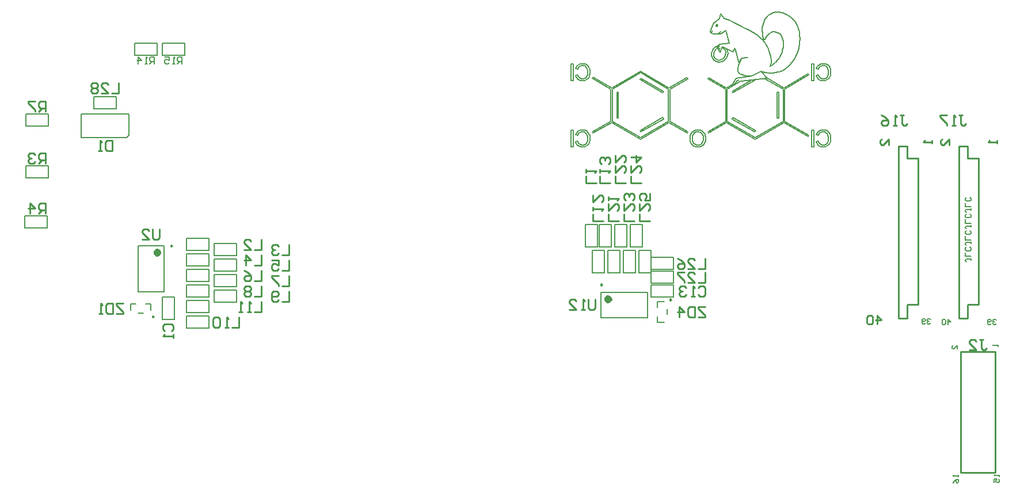
<source format=gbo>
G04*
G04 #@! TF.GenerationSoftware,Altium Limited,Altium Designer,18.0.12 (696)*
G04*
G04 Layer_Color=32896*
%FSLAX25Y25*%
%MOIN*%
G70*
G01*
G75*
%ADD10C,0.00600*%
%ADD11C,0.00984*%
%ADD12C,0.01000*%
%ADD13C,0.00787*%
%ADD15C,0.00800*%
%ADD83C,0.02362*%
D10*
X548178Y351702D02*
X548177Y351679D01*
X548215Y351812D02*
X548178Y351702D01*
X548278Y351886D02*
X548215Y351812D01*
X548341Y351929D02*
X548278Y351886D01*
X548520Y351972D02*
X548341Y351929D01*
X548575Y351969D02*
X548520Y351972D01*
X548722Y351916D02*
X548575Y351969D01*
X548796Y351852D02*
X548722Y351916D01*
X548863Y351679D02*
X548796Y351852D01*
X548845Y351586D02*
X548863Y351679D01*
X548796Y351505D02*
X548845Y351586D01*
X548722Y351442D02*
X548796Y351505D01*
X548520Y351385D02*
X548722Y351442D01*
X548389Y351408D02*
X548520Y351385D01*
X548278Y351471D02*
X548389Y351408D01*
X548228Y351526D02*
X548278Y351471D01*
X548177Y351679D02*
X548228Y351526D01*
X548284Y352391D02*
X548110Y351970D01*
X548704Y352565D02*
X548284Y352391D01*
X549299Y351970D02*
X548704Y352565D01*
Y351376D02*
X549299Y351970D01*
X548284Y351550D02*
X548704Y351376D01*
X548110Y351970D02*
X548284Y351550D01*
X552439Y338715D02*
X552215Y338855D01*
X553447Y337626D02*
X552439Y338715D01*
X553741Y336915D02*
X553447Y337626D01*
X553834Y336378D02*
X553741Y336915D01*
X553838Y336091D02*
X553834Y336378D01*
X553812Y335792D02*
X553838Y336091D01*
X553758Y335481D02*
X553812Y335792D01*
X553674Y335159D02*
X553758Y335481D01*
X553561Y334825D02*
X553674Y335159D01*
X553419Y334480D02*
X553561Y334825D01*
X553047Y333755D02*
X553419Y334480D01*
X552870Y333468D02*
X553047Y333755D01*
X552684Y333203D02*
X552870Y333468D01*
X552490Y332961D02*
X552684Y333203D01*
X552073Y332542D02*
X552490Y332961D01*
X550881Y331878D02*
X552073Y332542D01*
X550622Y331810D02*
X550881Y331878D01*
X549112Y331850D02*
X549864Y331732D01*
X550622Y331810D01*
X548379Y332169D02*
X549112Y331850D01*
X547921Y332479D02*
X548379Y332169D01*
X547230Y333247D02*
X547921Y332479D01*
X546840Y334212D02*
X547230Y333247D01*
X546771Y334755D02*
X546840Y334212D01*
X546800Y335320D02*
X546771Y334755D01*
X546852Y335610D02*
X546800Y335320D01*
X546928Y335906D02*
X546852Y335610D01*
X547028Y336207D02*
X546928Y335906D01*
X547152Y336514D02*
X547028Y336207D01*
X547473Y337142D02*
X547152Y336514D01*
X547713Y337526D02*
X547473Y337142D01*
X547968Y337872D02*
X547713Y337526D01*
X548238Y338181D02*
X547968Y337872D01*
X548826Y338694D02*
X548238Y338181D01*
X548982Y338800D02*
X548826Y338694D01*
X549099Y338872D02*
X548982Y338800D01*
X552215Y338855D02*
X551671Y339109D01*
X549642Y340363D02*
X548836Y340119D01*
X548094Y339718D01*
Y339718D02*
X547308Y339072D01*
Y339073D02*
X546786Y338475D01*
X546786Y338475D02*
X546326Y337780D01*
X546326D02*
X546062Y337278D01*
X545853Y336775D01*
X545639Y336025D01*
X545539Y335251D01*
Y335251D02*
X545541Y334745D01*
X545541D02*
X545711Y333789D01*
X546108Y332902D01*
X546108Y332902D02*
X546853Y331965D01*
X546853D02*
X547819Y331241D01*
Y331241D02*
X548053Y331113D01*
X548527Y330898D01*
X548527Y330898D02*
X549365Y330659D01*
X550235Y330592D01*
Y330592D02*
X551656Y330882D01*
X551656D02*
X552520Y331342D01*
Y331342D02*
X553451Y332139D01*
X554176Y333127D01*
X554176D02*
X554398Y333537D01*
X554398Y333537D02*
X554588Y333941D01*
X554588D02*
X554745Y334340D01*
X554871Y334735D01*
X554871Y334735D02*
X555024Y335508D01*
X554940Y336992D01*
X554691Y337737D01*
X554304Y338420D01*
X547303Y353556D02*
X546674Y352607D01*
X546247Y351899D01*
X546247D02*
X545812Y351102D01*
X545423Y350268D01*
Y350268D02*
X545130Y349448D01*
X545130D02*
X544986Y348694D01*
X545347Y347585D01*
Y347585D02*
X545877Y347258D01*
X546507Y347036D01*
Y347036D02*
X547201Y346901D01*
Y346901D02*
X547923Y346837D01*
X548634Y346828D01*
X549489Y346872D01*
X550340Y346966D01*
Y346966D02*
X550753Y347032D01*
X562931Y332882D02*
X562844Y332715D01*
X562844D02*
X562356Y331692D01*
X561915Y330648D01*
Y330648D02*
X561539Y329628D01*
Y329628D02*
X561207Y328535D01*
X561207D02*
X560968Y327427D01*
X560968Y327428D02*
X560868Y326361D01*
X560868D02*
X560941Y325441D01*
X561270Y324579D01*
Y324579D02*
X561812Y323995D01*
X562572Y323540D01*
X563487Y323199D01*
X563487D02*
X564491Y322955D01*
X564491Y322955D02*
X565519Y322793D01*
X566376Y322707D01*
X567236Y322654D01*
X568097Y322634D01*
X568097D02*
X568743Y322642D01*
X575485Y325045D02*
X576533Y324751D01*
Y324751D02*
X577469Y324530D01*
X577469D02*
X578327Y324385D01*
X579193Y324312D01*
X580073Y324317D01*
X580073Y324317D02*
X581027Y324400D01*
X581027Y324400D02*
X582102Y324563D01*
X583003Y324737D01*
X583902Y324927D01*
X584796Y325133D01*
X584796D02*
X585611Y325367D01*
X586400Y325677D01*
Y325677D02*
X587232Y326088D01*
X588029Y326562D01*
X588029D02*
X588855Y327138D01*
X589640Y327770D01*
Y327770D02*
X590462Y328527D01*
X591236Y329333D01*
X591960Y330184D01*
X592631Y331077D01*
X592631Y331077D02*
X593203Y331938D01*
X593735Y332824D01*
X594226Y333733D01*
X594675Y334664D01*
X595081Y335615D01*
X595443Y336583D01*
X595760Y337566D01*
X596033Y338563D01*
X596259Y339572D01*
X596439Y340589D01*
X596572Y341614D01*
X596659Y342644D01*
X596698Y343677D01*
Y343677D02*
X596703Y344626D01*
X596671Y345575D01*
X596601Y346522D01*
X596504Y347359D01*
X596370Y348191D01*
X596199Y349016D01*
X595904Y350112D01*
X595530Y351182D01*
Y351182D02*
X595132Y352099D01*
X594665Y352982D01*
X594132Y353826D01*
X593535Y354626D01*
X593535D02*
X592945Y355299D01*
X592309Y355929D01*
X591631Y356512D01*
X590913Y357047D01*
Y357047D02*
X590200Y357511D01*
X589461Y357933D01*
Y357933D02*
X588486Y358409D01*
X587483Y358824D01*
X586457Y359176D01*
Y359176D02*
X585718Y359380D01*
X584967Y359531D01*
X583502Y359647D01*
Y359647D02*
X582432Y359574D01*
X581383Y359347D01*
X580379Y358969D01*
X579440Y358450D01*
Y358450D02*
X578825Y358002D01*
X578255Y357497D01*
Y357497D02*
X577692Y356895D01*
X577184Y356246D01*
X576685Y355485D01*
X576245Y354687D01*
X576245D02*
X575798Y353699D01*
X575413Y352685D01*
X575090Y351650D01*
X574832Y350596D01*
Y350596D02*
X574917Y349648D01*
X575006Y348700D01*
X575100Y347752D01*
X575198Y346805D01*
X575198Y346805D02*
X575330Y345672D01*
X575502Y344545D01*
X575502D02*
X575805Y343538D01*
X576165Y343503D01*
X576766Y344348D01*
X577297Y345238D01*
X578186Y346449D02*
X577720Y345859D01*
X577297Y345238D01*
X579370Y347516D02*
X578742Y347022D01*
X578186Y346449D01*
X582859Y348105D02*
X581959Y348243D01*
X581051Y348188D01*
X580174Y347942D01*
X579370Y347516D01*
X584753Y347240D02*
X583851Y347772D01*
X582859Y348105D01*
X586093Y345741D02*
X585495Y346555D01*
X584753Y347240D01*
X586898Y343751D02*
X586570Y344776D01*
X586093Y345741D01*
X587190Y341415D02*
X587111Y342591D01*
X586898Y343751D01*
X585180Y333766D02*
X585643Y334652D01*
X586048Y335565D01*
X586393Y336503D01*
X586678Y337461D01*
X586901Y338435D01*
X587061Y339422D01*
X587157Y340416D01*
X587190Y341415D01*
X583615Y331482D02*
X584184Y332210D01*
X584706Y332973D01*
X585180Y333766D01*
X579261Y328177D02*
X580088Y328579D01*
X580881Y329044D01*
X581634Y329571D01*
X582344Y330155D01*
X583006Y330794D01*
X583615Y331482D01*
X579261Y328177D02*
X579325Y328231D01*
X579484Y328413D01*
X579691Y328754D01*
Y328754D02*
X579897Y329284D01*
X580055Y330034D01*
X580054D02*
X580115Y331033D01*
X580115Y331033D02*
X580031Y332313D01*
X580031Y332313D02*
X579913Y333112D01*
X579755Y333904D01*
X579483Y334981D01*
X579172Y336048D01*
X578821Y337101D01*
X578431Y338141D01*
X578431Y338141D02*
X578091Y338948D01*
X577709Y339735D01*
X577283Y340500D01*
X576835Y341216D01*
X576354Y341909D01*
X575840Y342580D01*
Y342580D02*
X575046Y343508D01*
X574199Y344388D01*
X573348Y345181D01*
X572459Y345931D01*
X572459D02*
X571698Y346517D01*
X570918Y347078D01*
X570120Y347612D01*
X569304Y348118D01*
X568471Y348597D01*
X567623Y349047D01*
X567623D02*
X566466Y349605D01*
X565422Y350043D01*
X537885Y290299D02*
X537621Y290308D01*
X539302Y289861D02*
X537885Y290299D01*
X539913Y289392D02*
X539302Y289861D01*
X540262Y288973D02*
X539913Y289392D01*
X540408Y288726D02*
X540262Y288973D01*
X540536Y288455D02*
X540408Y288726D01*
X540644Y288158D02*
X540536Y288455D01*
X540733Y287837D02*
X540644Y288158D01*
X540802Y287492D02*
X540733Y287837D01*
X540852Y287122D02*
X540802Y287492D01*
X540892Y286308D02*
X540852Y287122D01*
X540882Y285971D02*
X540892Y286308D01*
X540854Y285648D02*
X540882Y285971D01*
X540806Y285341D02*
X540854Y285648D01*
X540655Y284771D02*
X540806Y285341D01*
X539954Y283600D02*
X540655Y284771D01*
X539764Y283411D02*
X539954Y283600D01*
X538436Y282691D02*
X539147Y282965D01*
X539764Y283411D01*
X537642Y282600D02*
X538436Y282691D01*
X537091Y282640D02*
X537642Y282600D01*
X536108Y282959D02*
X537091Y282640D01*
X535288Y283600D02*
X536108Y282959D01*
X534956Y284036D02*
X535288Y283600D01*
X534699Y284540D02*
X534956Y284036D01*
X534599Y284817D02*
X534699Y284540D01*
X534517Y285111D02*
X534599Y284817D01*
X534453Y285422D02*
X534517Y285111D01*
X534407Y285750D02*
X534453Y285422D01*
X534371Y286454D02*
X534407Y285750D01*
X534387Y286907D02*
X534371Y286454D01*
X534435Y287334D02*
X534387Y286907D01*
X534514Y287737D02*
X534435Y287334D01*
X534767Y288475D02*
X534514Y287737D01*
X534849Y288645D02*
X534767Y288475D01*
X535034Y288963D02*
X534849Y288645D01*
X535913Y289829D02*
X535034Y288963D01*
X536893Y290231D02*
X535913Y289829D01*
X537621Y290308D02*
X536893Y290231D01*
X470746Y291392D02*
X470464Y291384D01*
X469926Y291326D01*
X469424Y291209D01*
Y291209D02*
X468329Y290663D01*
X468329Y290663D02*
X468140Y290510D01*
Y290510D02*
X467504Y289779D01*
X467257Y289342D01*
Y289342D02*
X466975Y288600D01*
X468274Y288511D02*
X468204Y288308D01*
X468434Y288883D02*
X468274Y288511D01*
X468619Y289210D02*
X468434Y288883D01*
X468828Y289492D02*
X468619Y289210D01*
X469183Y289829D02*
X468828Y289492D01*
X469448Y290001D02*
X469183Y289829D01*
X469894Y290188D02*
X469448Y290001D01*
X470223Y290265D02*
X469894Y290188D01*
X470767Y290308D02*
X470223Y290265D01*
X470983Y290303D02*
X470767Y290308D01*
X471393Y290262D02*
X470983Y290303D01*
X471774Y290180D02*
X471393Y290262D01*
X472600Y289788D02*
X471774Y290180D01*
X473331Y289024D02*
X472600Y289788D01*
X473642Y288371D02*
X473331Y289024D01*
X473862Y287468D02*
X473642Y288371D01*
X473933Y286538D02*
X473862Y287468D01*
X473930Y286297D02*
X473933Y286538D01*
X473902Y285835D02*
X473930Y286297D01*
X473845Y285398D02*
X473902Y285835D01*
X473760Y284985D02*
X473845Y285398D01*
X473579Y284413D02*
X473760Y284985D01*
X473504Y284235D02*
X473579Y284413D01*
X473331Y283905D02*
X473504Y284235D01*
X473126Y283610D02*
X473331Y283905D01*
X472475Y283037D02*
X473126Y283610D01*
X471380Y282638D02*
X472475Y283037D01*
X470871Y282600D02*
X471380Y282638D01*
X470458Y282624D02*
X470871Y282600D01*
X470069Y282695D02*
X470458Y282624D01*
X469058Y283204D02*
X470069Y282695D01*
X468663Y283624D02*
X469058Y283204D01*
X468450Y283962D02*
X468663Y283624D01*
X468358Y284149D02*
X468450Y283962D01*
X468274Y284348D02*
X468358Y284149D01*
X468201Y284559D02*
X468274Y284348D01*
X468079Y285017D02*
X468201Y284559D01*
X466808Y284704D02*
X466894Y284400D01*
Y284400D02*
X466991Y284111D01*
X466991D02*
X467223Y283577D01*
X467223Y283577D02*
X467505Y283102D01*
X467505Y283102D02*
X468225Y282329D01*
X468225D02*
X468436Y282174D01*
X468436D02*
X469381Y281719D01*
X469381D02*
X469909Y281589D01*
Y281589D02*
X470767Y281517D01*
X471069Y281523D01*
X471360Y281541D01*
X471360Y281541D02*
X471638Y281573D01*
X472161Y281672D01*
Y281672D02*
X472637Y281822D01*
Y281822D02*
X473267Y282142D01*
X473969Y282732D01*
Y282732D02*
X474400Y283292D01*
X474746Y283954D01*
X474746D02*
X475003Y284689D01*
X475167Y285450D01*
X475167D02*
X475246Y286517D01*
X475224Y287098D01*
X475157Y287650D01*
X475157D02*
X475045Y288171D01*
Y288171D02*
X474683Y289121D01*
X474683Y289121D02*
X474000Y290089D01*
X473058Y290808D01*
Y290808D02*
X472184Y291180D01*
Y291180D02*
X470746Y291392D01*
X537621Y291392D02*
X537103Y291367D01*
X536141Y291171D01*
X535246Y290767D01*
Y290767D02*
X534303Y290001D01*
X533621Y288996D01*
X533621Y288996D02*
X533262Y288043D01*
X533110Y287266D01*
X533058Y286433D01*
X533058D02*
X533081Y285866D01*
X533081D02*
X533151Y285326D01*
X533151D02*
X533341Y284570D01*
X533642Y283850D01*
X533642D02*
X533896Y283412D01*
Y283412D02*
X534521Y282669D01*
X535308Y282100D01*
Y282100D02*
X536422Y281661D01*
Y281661D02*
X537621Y281517D01*
X537621D02*
X537888Y281523D01*
Y281523D02*
X538405Y281574D01*
X539251Y281786D01*
X540037Y282162D01*
X540037D02*
X541123Y283124D01*
X541123D02*
X541642Y283954D01*
X542050Y285110D01*
X542183Y286329D01*
Y286329D02*
X542171Y286794D01*
Y286794D02*
X542133Y287239D01*
X542070Y287664D01*
X542070D02*
X541981Y288068D01*
X541981D02*
X541727Y288815D01*
Y288815D02*
X540912Y290058D01*
X540912Y290058D02*
X540088Y290737D01*
X539116Y291180D01*
Y291180D02*
X538398Y291339D01*
X538398D02*
X537621Y291392D01*
X610121D02*
X609839Y291384D01*
X609839Y291384D02*
X609301Y291326D01*
X608799Y291209D01*
X607704Y290663D01*
Y290663D02*
X607515Y290510D01*
Y290510D02*
X606879Y289779D01*
X606632Y289342D01*
X606632Y289342D02*
X606350Y288600D01*
X607649Y288511D02*
X607579Y288308D01*
X607809Y288883D02*
X607649Y288511D01*
X607994Y289210D02*
X607809Y288883D01*
X608203Y289492D02*
X607994Y289210D01*
X608558Y289829D02*
X608203Y289492D01*
X608823Y290001D02*
X608558Y289829D01*
X609269Y290188D02*
X608823Y290001D01*
X609598Y290265D02*
X609269Y290188D01*
X610142Y290308D02*
X609598Y290265D01*
X610358Y290303D02*
X610142Y290308D01*
X610768Y290262D02*
X610358Y290303D01*
X611149Y290180D02*
X610768Y290262D01*
X611975Y289788D02*
X611149Y290180D01*
X612706Y289024D02*
X611975Y289788D01*
X613017Y288371D02*
X612706Y289024D01*
X613237Y287468D02*
X613017Y288371D01*
X613308Y286538D02*
X613237Y287468D01*
X613305Y286297D02*
X613308Y286538D01*
X613277Y285835D02*
X613305Y286297D01*
X613220Y285398D02*
X613277Y285835D01*
X613135Y284985D02*
X613220Y285398D01*
X612954Y284413D02*
X613135Y284985D01*
X612879Y284235D02*
X612954Y284413D01*
X612706Y283905D02*
X612879Y284235D01*
X612501Y283610D02*
X612706Y283905D01*
X611850Y283037D02*
X612501Y283610D01*
X610754Y282638D02*
X611850Y283037D01*
X610246Y282600D02*
X610754Y282638D01*
X609833Y282624D02*
X610246Y282600D01*
X609444Y282695D02*
X609833Y282624D01*
X608433Y283204D02*
X609444Y282695D01*
X608038Y283624D02*
X608433Y283204D01*
X607825Y283962D02*
X608038Y283624D01*
X607733Y284149D02*
X607825Y283962D01*
X607650Y284348D02*
X607733Y284149D01*
X607576Y284559D02*
X607650Y284348D01*
X607454Y285017D02*
X607576Y284559D01*
X606183Y284704D02*
X606269Y284400D01*
X606481Y283837D01*
X606481D02*
X606743Y283332D01*
X607621Y282329D01*
Y282329D02*
X608767Y281719D01*
X609289Y281589D01*
X610142Y281517D01*
Y281517D02*
X610444Y281523D01*
X610444Y281523D02*
X610735Y281541D01*
X610735D02*
X611014Y281573D01*
Y281573D02*
X611536Y281672D01*
X612012Y281822D01*
X612642Y282142D01*
X612642D02*
X613344Y282732D01*
X613344D02*
X613775Y283292D01*
X614121Y283954D01*
Y283954D02*
X614378Y284689D01*
X614542Y285450D01*
X614542D02*
X614621Y286517D01*
X614621D02*
X614599Y287098D01*
X614532Y287650D01*
X614420Y288171D01*
X614420D02*
X614058Y289121D01*
X613375Y290089D01*
X612433Y290808D01*
X611559Y291180D01*
X611559Y291180D02*
X610121Y291392D01*
X566236Y322714D02*
X567692Y322638D01*
X470746Y329787D02*
X470464Y329780D01*
X469926Y329722D01*
X469424Y329605D01*
Y329605D02*
X468329Y329058D01*
Y329058D02*
X467504Y328186D01*
Y328186D02*
X467257Y327754D01*
Y327754D02*
X466975Y327017D01*
X468274Y326907D02*
X468204Y326704D01*
X468434Y327279D02*
X468274Y326907D01*
X468619Y327606D02*
X468434Y327279D01*
X468828Y327888D02*
X468619Y327606D01*
X469183Y328225D02*
X468828Y327888D01*
X469448Y328397D02*
X469183Y328225D01*
X469894Y328583D02*
X469448Y328397D01*
X470223Y328661D02*
X469894Y328583D01*
X470767Y328704D02*
X470223Y328660D01*
X470983Y328699D02*
X470767Y328704D01*
X471393Y328658D02*
X470983Y328699D01*
X471774Y328576D02*
X471393Y328658D01*
X472600Y328183D02*
X471774Y328576D01*
X473331Y327420D02*
X472600Y328183D01*
X473642Y326767D02*
X473331Y327420D01*
X473862Y325864D02*
X473642Y326767D01*
X473933Y324933D02*
X473862Y325864D01*
X473930Y324693D02*
X473933Y324933D01*
X473902Y324231D02*
X473930Y324693D01*
X473845Y323794D02*
X473902Y324231D01*
X473760Y323381D02*
X473845Y323794D01*
X473579Y322808D02*
X473760Y323381D01*
X473504Y322631D02*
X473579Y322808D01*
X473331Y322305D02*
X473504Y322631D01*
X472475Y321454D02*
X473331Y322305D01*
X472325Y321369D02*
X472475Y321454D01*
X470871Y320996D02*
X471621Y321090D01*
X472325Y321369D01*
X470458Y321020D02*
X470871Y320996D01*
X470069Y321091D02*
X470458Y321020D01*
X469058Y321600D02*
X470069Y321091D01*
X468785Y321870D02*
X469058Y321600D01*
X468552Y322190D02*
X468785Y321870D01*
X468450Y322369D02*
X468552Y322190D01*
X468358Y322559D02*
X468450Y322369D01*
X468274Y322760D02*
X468358Y322559D01*
X468201Y322973D02*
X468274Y322760D01*
X468079Y323433D02*
X468201Y322973D01*
X466808Y323100D02*
X466894Y322796D01*
X466894D02*
X466991Y322507D01*
X467223Y321973D01*
Y321973D02*
X467505Y321498D01*
X467505D02*
X468225Y320725D01*
X468436Y320570D01*
X469381Y320114D01*
X469909Y319985D01*
X470767Y319913D01*
X471069Y319919D01*
X471069Y319919D02*
X471360Y319937D01*
Y319937D02*
X471638Y319968D01*
X471638D02*
X472161Y320068D01*
X472161Y320068D02*
X472637Y320218D01*
X473267Y320537D01*
X473969Y321135D01*
Y321135D02*
X474400Y321704D01*
X474746Y322371D01*
X474746Y322371D02*
X475003Y323105D01*
X475167Y323866D01*
X475167D02*
X475246Y324933D01*
X475240Y325227D01*
X475240D02*
X475196Y325790D01*
X475196D02*
X475107Y326320D01*
X475107D02*
X474683Y327517D01*
Y327517D02*
X474000Y328485D01*
X473058Y329204D01*
Y329204D02*
X472184Y329575D01*
Y329575D02*
X470746Y329787D01*
X610121Y329787D02*
X609839Y329780D01*
Y329780D02*
X609301Y329722D01*
X609301Y329722D02*
X608799Y329605D01*
Y329605D02*
X607704Y329058D01*
X607704Y329058D02*
X606879Y328186D01*
X606879Y328186D02*
X606632Y327754D01*
X606632Y327754D02*
X606350Y327017D01*
X607649Y326907D02*
X607579Y326704D01*
X607809Y327279D02*
X607649Y326907D01*
X607994Y327606D02*
X607809Y327279D01*
X608203Y327888D02*
X607994Y327606D01*
X608558Y328225D02*
X608203Y327888D01*
X608823Y328397D02*
X608558Y328225D01*
X609269Y328583D02*
X608823Y328397D01*
X609598Y328661D02*
X609269Y328583D01*
X610142Y328704D02*
X609598Y328660D01*
X610358Y328699D02*
X610142Y328704D01*
X610768Y328658D02*
X610358Y328699D01*
X611149Y328576D02*
X610768Y328658D01*
X611975Y328183D02*
X611149Y328576D01*
X612706Y327420D02*
X611975Y328183D01*
X613017Y326767D02*
X612706Y327420D01*
X613237Y325864D02*
X613017Y326767D01*
X613308Y324933D02*
X613237Y325864D01*
X613305Y324693D02*
X613308Y324933D01*
X613277Y324231D02*
X613305Y324693D01*
X613220Y323794D02*
X613277Y324231D01*
X613135Y323381D02*
X613220Y323794D01*
X612954Y322808D02*
X613135Y323381D01*
X612879Y322631D02*
X612954Y322808D01*
X612706Y322305D02*
X612879Y322631D01*
X611850Y321454D02*
X612706Y322305D01*
X611699Y321369D02*
X611850Y321454D01*
X610246Y320996D02*
X610996Y321090D01*
X611699Y321369D01*
X609833Y321020D02*
X610246Y320996D01*
X609444Y321091D02*
X609833Y321020D01*
X608433Y321600D02*
X609444Y321091D01*
X608160Y321870D02*
X608433Y321600D01*
X607927Y322190D02*
X608160Y321870D01*
X607825Y322369D02*
X607927Y322190D01*
X607733Y322559D02*
X607825Y322369D01*
X607650Y322760D02*
X607733Y322559D01*
X607576Y322973D02*
X607650Y322760D01*
X607454Y323433D02*
X607576Y322973D01*
X606183Y323100D02*
X606269Y322796D01*
X606269D02*
X606481Y322233D01*
X606481Y322233D02*
X606743Y321728D01*
X606743D02*
X607621Y320725D01*
Y320725D02*
X608767Y320114D01*
Y320114D02*
X609289Y319985D01*
X609289Y319985D02*
X610142Y319913D01*
Y319913D02*
X610444Y319919D01*
Y319919D02*
X610735Y319937D01*
Y319937D02*
X611014Y319968D01*
X611014D02*
X611536Y320068D01*
X612012Y320218D01*
Y320218D02*
X612642Y320537D01*
X612642D02*
X613344Y321135D01*
X613344D02*
X613775Y321704D01*
Y321704D02*
X614121Y322371D01*
X614378Y323105D01*
X614542Y323866D01*
X614621Y324933D01*
X614615Y325227D01*
X614615D02*
X614571Y325790D01*
X614482Y326320D01*
X614482D02*
X614058Y327517D01*
X613375Y328485D01*
X612433Y329204D01*
X611559Y329575D01*
Y329575D02*
X610121Y329787D01*
X554642Y296371D02*
X570871Y286996D01*
X554642Y296371D02*
Y315100D01*
X549841Y337585D02*
X550488Y338955D01*
X560254Y319790D02*
X561050Y320321D01*
X559016Y318110D02*
X560254Y319790D01*
X549316Y338493D02*
X550033Y339936D01*
X545731Y348937D02*
X545927Y348447D01*
X545144Y347762D02*
X545927Y348447D01*
X550460Y348008D02*
X550802Y348772D01*
X549159Y346981D02*
X550460Y348008D01*
X556012Y355025D02*
X565422Y350043D01*
X552967Y356132D02*
X556012Y355025D01*
X550733Y358623D02*
X552967Y356132D01*
X550181Y355850D02*
X550733Y358623D01*
X547401Y353694D02*
X550181Y355850D01*
X550753Y347032D02*
X553797Y348935D01*
X555735Y341739D01*
X550043Y341106D02*
X555735Y341739D01*
X548961Y339167D02*
X550043Y341106D01*
X548961Y339167D02*
X550476Y336317D01*
X551860Y339525D01*
X557949Y336757D01*
X559056Y338695D01*
X561547Y329838D01*
X562931Y332882D01*
X566529Y333436D01*
X562931Y332882D02*
X566529Y333436D01*
X547303Y353556D02*
X547401Y353694D01*
X568743Y322642D02*
X574279Y325410D01*
X559887Y321422D02*
X568743Y322642D01*
X557119Y316993D02*
X559887Y321422D01*
X557119Y316993D02*
X562378Y319484D01*
X577877Y321258D01*
X574279Y325410D02*
X577877Y321258D01*
X574279Y325410D02*
X575485Y325045D01*
X464246Y291225D02*
X465413D01*
X464246Y281683D02*
Y291225D01*
Y281683D02*
X465413D01*
Y291225D01*
X603621D02*
X604787D01*
X603621Y281683D02*
Y291225D01*
Y281683D02*
X604787D01*
Y291225D01*
X466975Y288600D02*
X468204Y288308D01*
X466808Y284704D02*
X468079Y285017D01*
X606350Y288600D02*
X607579Y288308D01*
X606183Y284704D02*
X607454Y285017D01*
X504183Y290892D02*
X517350Y298496D01*
X504183Y290892D02*
X504579Y290183D01*
X517746Y297787D01*
X517350Y298496D02*
X517746Y297787D01*
X557517D02*
X557912Y298496D01*
X557517Y297787D02*
X570683Y290183D01*
X571079Y290892D01*
X557912Y298496D02*
X571079Y290892D01*
X490808Y313350D02*
X491600D01*
X490808Y298142D02*
Y313350D01*
Y298142D02*
X491600D01*
Y313350D01*
X583663D02*
X584454D01*
X583663Y298142D02*
Y313350D01*
Y298142D02*
X584454D01*
Y313350D01*
X568812Y320228D02*
X570834Y320459D01*
X557517Y313704D02*
X568812Y320228D01*
X557517Y313704D02*
X557912Y313017D01*
X570834Y320459D01*
X504183Y320600D02*
X504579Y321308D01*
X504183Y320600D02*
X517350Y313017D01*
X517746Y313704D01*
X504579Y321308D02*
X517746Y313704D01*
X565305Y322176D02*
X566236Y322714D01*
X565305Y322176D02*
X567388Y322463D01*
X567692Y322638D01*
X587496Y315788D02*
X601496Y323892D01*
X577607Y321500D02*
X587496Y315788D01*
X577607Y321500D02*
X577817Y321258D01*
X576667Y321127D02*
X577817Y321258D01*
X576667Y321127D02*
X587100Y315100D01*
Y296371D02*
Y315100D01*
X570871Y286996D02*
X587100Y296371D01*
X554642Y315100D02*
X561838Y319257D01*
X557059Y316993D02*
X561838Y319257D01*
X557059Y316993D02*
X557469Y317650D01*
X554246Y315788D02*
X557469Y317650D01*
X543871Y321788D02*
X554246Y315788D01*
X543454Y321100D02*
X543871Y321788D01*
X543454Y321100D02*
X553850Y315100D01*
Y296371D02*
Y315100D01*
X543392Y290329D02*
X553850Y296371D01*
X543392Y290329D02*
X543787Y289642D01*
X554246Y295683D01*
X570871Y286079D01*
X587496Y295683D01*
X601496Y287600D01*
X601912Y288287D01*
X587892Y296371D02*
X601912Y288287D01*
X587892Y296371D02*
Y315100D01*
X601912Y323183D01*
X601496Y323892D02*
X601912Y323183D01*
X504371Y324475D02*
X520600Y315100D01*
Y296371D02*
Y315100D01*
X504371Y286996D02*
X520600Y296371D01*
X488142D02*
X504371Y286996D01*
X488142Y296371D02*
Y315100D01*
X504371Y324475D01*
X487746Y315788D02*
X504371Y325392D01*
X476996Y321996D02*
X487746Y315788D01*
X476600Y321308D02*
X476996Y321996D01*
X476600Y321308D02*
X487329Y315100D01*
Y296371D02*
Y315100D01*
X476600Y290162D02*
X487329Y296371D01*
X476600Y290162D02*
X476996Y289475D01*
X487746Y295683D01*
X504371Y286079D01*
X520996Y295683D01*
X531371Y289683D01*
X531767Y290371D01*
X521392Y296371D02*
X531767Y290371D01*
X521392Y296371D02*
Y315100D01*
X531704Y321058D01*
X531308Y321746D02*
X531704Y321058D01*
X520996Y315788D02*
X531308Y321746D01*
X504371Y325392D02*
X520996Y315788D01*
X464246Y329621D02*
X465413D01*
X464246Y320079D02*
Y329621D01*
Y320079D02*
X465413D01*
Y329621D01*
X603621D02*
X604787D01*
X603621Y320079D02*
Y329621D01*
Y320079D02*
X604787D01*
Y329621D01*
X466975Y327017D02*
X468204Y326704D01*
X466808Y323100D02*
X468079Y323433D01*
X606350Y327017D02*
X607579Y326704D01*
X606183Y323100D02*
X607454Y323433D01*
X519756Y184500D02*
Y187500D01*
X514244Y180094D02*
Y183244D01*
Y180094D02*
X518181D01*
X514244Y188756D02*
Y191906D01*
X518181D01*
X213500Y185244D02*
X216500D01*
X209094Y190756D02*
X212244D01*
X209094Y186819D02*
Y190756D01*
X217756D02*
X220906D01*
Y186819D02*
Y190756D01*
X227500Y334500D02*
Y341500D01*
X240500Y334500D02*
Y341500D01*
X227500Y334500D02*
X240500D01*
X227500Y341500D02*
X240500D01*
X211500Y334500D02*
Y341500D01*
X224500Y334500D02*
Y341500D01*
X211500Y334500D02*
X224500D01*
X211500Y341500D02*
X224500D01*
X161500Y293500D02*
Y300500D01*
X148500Y293500D02*
Y300500D01*
X161500D01*
X148500Y293500D02*
X161500D01*
X160945Y234500D02*
Y241500D01*
X147945Y234500D02*
Y241500D01*
X160945D01*
X147945Y234500D02*
X160945D01*
X161500Y263500D02*
Y270500D01*
X148500Y263500D02*
Y270500D01*
X161500D01*
X148500Y263500D02*
X161500D01*
X187800Y303600D02*
Y310600D01*
X200800Y303600D02*
Y310600D01*
X187800Y303600D02*
X200800D01*
X187800Y310600D02*
X200800D01*
X523500Y202500D02*
Y209500D01*
X510500Y202500D02*
Y209500D01*
X523500D01*
X510500Y202500D02*
X523500D01*
Y210500D02*
Y217500D01*
X510500Y210500D02*
Y217500D01*
X523500D01*
X510500Y210500D02*
X523500D01*
X503500Y221500D02*
X510500D01*
X503500Y208500D02*
X510500D01*
X503500D02*
Y221500D01*
X510500Y208500D02*
Y221500D01*
X498500Y236500D02*
X505500D01*
X498500Y223500D02*
X505500D01*
X498500D02*
Y236500D01*
X505500Y223500D02*
Y236500D01*
X494500Y221500D02*
X501500D01*
X494500Y208500D02*
X501500D01*
X494500D02*
Y221500D01*
X501500Y208500D02*
Y221500D01*
X489500Y236500D02*
X496500D01*
X489500Y223500D02*
X496500D01*
X489500D02*
Y236500D01*
X496500Y223500D02*
Y236500D01*
X485500Y221500D02*
X492500D01*
X485500Y208500D02*
X492500D01*
X485500D02*
Y221500D01*
X492500Y208500D02*
Y221500D01*
X480500Y236500D02*
X487500D01*
X480500Y223500D02*
X487500D01*
X480500D02*
Y236500D01*
X487500Y223500D02*
Y236500D01*
X476500Y221500D02*
X483500D01*
X476500Y208500D02*
X483500D01*
X476500D02*
Y221500D01*
X483500Y208500D02*
Y221500D01*
X254500Y185500D02*
Y192500D01*
X241500Y185500D02*
Y192500D01*
X254500D01*
X241500Y185500D02*
X254500D01*
Y176500D02*
Y183500D01*
X241500Y176500D02*
Y183500D01*
X254500D01*
X241500Y176500D02*
X254500D01*
X270500Y191500D02*
Y198500D01*
X257500Y191500D02*
Y198500D01*
X270500D01*
X257500Y191500D02*
X270500D01*
X254500Y194500D02*
Y201500D01*
X241500Y194500D02*
Y201500D01*
X254500D01*
X241500Y194500D02*
X254500D01*
X270500Y200500D02*
Y207500D01*
X257500Y200500D02*
Y207500D01*
X270500D01*
X257500Y200500D02*
X270500D01*
X254500Y203500D02*
Y210500D01*
X241500Y203500D02*
Y210500D01*
X254500D01*
X241500Y203500D02*
X254500D01*
X270500Y209500D02*
Y216500D01*
X257500Y209500D02*
Y216500D01*
X270500D01*
X257500Y209500D02*
X270500D01*
X254500Y212500D02*
Y219500D01*
X241500Y212500D02*
Y219500D01*
X254500D01*
X241500Y212500D02*
X254500D01*
X270500Y218500D02*
Y225500D01*
X257500Y218500D02*
Y225500D01*
X270500D01*
X257500Y218500D02*
X270500D01*
X254500Y221500D02*
Y228500D01*
X241500Y221500D02*
Y228500D01*
X254500D01*
X241500Y221500D02*
X254500D01*
X472500Y236500D02*
X479500D01*
X472500Y223500D02*
X479500D01*
X472500D02*
Y236500D01*
X479500Y223500D02*
Y236500D01*
X180620Y300493D02*
X208180D01*
X180620Y287107D02*
Y300493D01*
X206998Y287107D02*
X208180Y288288D01*
X180620Y287107D02*
X206998D01*
X208180Y288288D02*
Y300493D01*
X510500Y194500D02*
Y201500D01*
X523500Y194500D02*
Y201500D01*
X510500Y194500D02*
X523500D01*
X510500Y201500D02*
X523500D01*
X227500Y194500D02*
X234500D01*
X227500Y181500D02*
X234500D01*
X227500D02*
Y194500D01*
X234500Y181500D02*
Y194500D01*
X710500Y181299D02*
X710000Y181799D01*
X709000D01*
X708501Y181299D01*
Y180799D01*
X709000Y180299D01*
X709500D01*
X709000D01*
X708501Y179800D01*
Y179300D01*
X709000Y178800D01*
X710000D01*
X710500Y179300D01*
X707501D02*
X707001Y178800D01*
X706002D01*
X705502Y179300D01*
Y181299D01*
X706002Y181799D01*
X707001D01*
X707501Y181299D01*
Y180799D01*
X707001Y180299D01*
X705502D01*
X682600Y178800D02*
Y181799D01*
X684100Y180299D01*
X682101D01*
X681101Y181299D02*
X680601Y181799D01*
X679601D01*
X679102Y181299D01*
Y179300D01*
X679601Y178800D01*
X680601D01*
X681101Y179300D01*
Y181299D01*
X672500Y181499D02*
X672000Y181999D01*
X671000D01*
X670501Y181499D01*
Y180999D01*
X671000Y180499D01*
X671500D01*
X671000D01*
X670501Y180000D01*
Y179500D01*
X671000Y179000D01*
X672000D01*
X672500Y179500D01*
X669501D02*
X669001Y179000D01*
X668002D01*
X667502Y179500D01*
Y181499D01*
X668002Y181999D01*
X669001D01*
X669501Y181499D01*
Y180999D01*
X669001Y180499D01*
X667502D01*
X711400Y167000D02*
Y166000D01*
Y166500D01*
X708401D01*
X708901Y167000D01*
X688000Y164501D02*
Y166500D01*
X686001Y164501D01*
X685501D01*
X685001Y165000D01*
Y166000D01*
X685501Y166500D01*
X712300Y91700D02*
Y90700D01*
Y91200D01*
X709301D01*
X709801Y91700D01*
X709301Y87201D02*
Y89201D01*
X710801D01*
X710301Y88201D01*
Y87701D01*
X710801Y87201D01*
X711800D01*
X712300Y87701D01*
Y88701D01*
X711800Y89201D01*
X688600Y91600D02*
Y90600D01*
Y91100D01*
X685601D01*
X686101Y91600D01*
X685601Y87102D02*
X686101Y88101D01*
X687101Y89101D01*
X688100D01*
X688600Y88601D01*
Y87601D01*
X688100Y87102D01*
X687600D01*
X687101Y87601D01*
Y89101D01*
X695699Y217133D02*
Y216066D01*
Y216599D01*
X693033D01*
X692500Y216066D01*
Y215533D01*
X693033Y215000D01*
X695699Y218199D02*
X692500D01*
Y220332D01*
X695166Y223531D02*
X695699Y222997D01*
Y221931D01*
X695166Y221398D01*
X693033D01*
X692500Y221931D01*
Y222997D01*
X693033Y223531D01*
X695699Y226730D02*
Y225663D01*
Y226196D01*
X693033D01*
X692500Y225663D01*
Y225130D01*
X693033Y224597D01*
X695699Y227796D02*
X692500D01*
Y229928D01*
X695166Y233127D02*
X695699Y232594D01*
Y231528D01*
X695166Y230995D01*
X693033D01*
X692500Y231528D01*
Y232594D01*
X693033Y233127D01*
X695699Y236327D02*
Y235260D01*
Y235793D01*
X693033D01*
X692500Y235260D01*
Y234727D01*
X693033Y234194D01*
X695699Y237393D02*
X692500D01*
Y239525D01*
X695166Y242724D02*
X695699Y242191D01*
Y241125D01*
X695166Y240592D01*
X693033D01*
X692500Y241125D01*
Y242191D01*
X693033Y242724D01*
X695699Y245923D02*
Y244857D01*
Y245390D01*
X693033D01*
X692500Y244857D01*
Y244324D01*
X693033Y243791D01*
X695699Y246990D02*
X692500D01*
Y249122D01*
X695166Y252321D02*
X695699Y251788D01*
Y250722D01*
X695166Y250189D01*
X693033D01*
X692500Y250722D01*
Y251788D01*
X693033Y252321D01*
D11*
X522217Y193087D02*
X521478Y193513D01*
Y192660D01*
X522217Y193087D01*
X222579Y183276D02*
X221841Y183702D01*
Y182849D01*
X222579Y183276D01*
X482205Y201713D02*
X481466Y202139D01*
Y201286D01*
X482205Y201713D01*
X233205Y224287D02*
X232467Y224714D01*
Y223861D01*
X233205Y224287D01*
D12*
X693830Y189864D02*
X694330Y190364D01*
X693830Y182364D02*
Y189864D01*
X688830Y182364D02*
X693830D01*
X688830D02*
Y281864D01*
X693830D01*
Y274864D02*
Y281864D01*
Y274864D02*
X700330D01*
Y190364D02*
Y274864D01*
X694330Y190364D02*
X700330D01*
X658730Y189864D02*
X659230Y190364D01*
X658730Y182364D02*
Y189864D01*
X653730Y182364D02*
X658730D01*
X653730D02*
Y281864D01*
X658730D01*
Y274864D02*
Y281864D01*
Y274864D02*
X665230D01*
Y190364D02*
Y274864D01*
X659230Y190364D02*
X665230D01*
X689930Y92864D02*
Y162864D01*
Y92864D02*
X709930D01*
Y162864D01*
X689930D02*
X709930D01*
X683200Y282768D02*
Y286100D01*
X679868Y282768D01*
X679035D01*
X678202Y283601D01*
Y285267D01*
X679035Y286100D01*
X710700Y285200D02*
Y283534D01*
Y284367D01*
X705702D01*
X706535Y285200D01*
X648300Y282768D02*
Y286100D01*
X644968Y282768D01*
X644135D01*
X643302Y283601D01*
Y285267D01*
X644135Y286100D01*
X673300Y285200D02*
Y283534D01*
Y284367D01*
X668302D01*
X669135Y285200D01*
X641401Y178900D02*
Y183898D01*
X643900Y181399D01*
X640568D01*
X638902Y183065D02*
X638069Y183898D01*
X636402D01*
X635569Y183065D01*
Y179733D01*
X636402Y178900D01*
X638069D01*
X638902Y179733D01*
Y183065D01*
X542000Y188998D02*
X538001D01*
Y187998D01*
X542000Y184000D01*
Y183000D01*
X538001D01*
X536002Y188998D02*
Y183000D01*
X533003D01*
X532003Y184000D01*
Y187998D01*
X533003Y188998D01*
X536002D01*
X527005Y183000D02*
Y188998D01*
X530004Y185999D01*
X526005D01*
X478200Y193198D02*
Y188200D01*
X477200Y187200D01*
X475201D01*
X474201Y188200D01*
Y193198D01*
X472202Y187200D02*
X470203D01*
X471202D01*
Y193198D01*
X472202Y192198D01*
X463205Y187200D02*
X467204D01*
X463205Y191199D01*
Y192198D01*
X464205Y193198D01*
X466204D01*
X467204Y192198D01*
X542000Y208998D02*
Y203000D01*
X538001D01*
X532003D02*
X536002D01*
X532003Y206999D01*
Y207998D01*
X533003Y208998D01*
X535002D01*
X536002Y207998D01*
X530004Y208998D02*
X526005D01*
Y207998D01*
X530004Y204000D01*
Y203000D01*
X542000Y216998D02*
Y211000D01*
X538001D01*
X532003D02*
X536002D01*
X532003Y214999D01*
Y215998D01*
X533003Y216998D01*
X535002D01*
X536002Y215998D01*
X526005Y216998D02*
X528005Y215998D01*
X530004Y213999D01*
Y212000D01*
X529004Y211000D01*
X527005D01*
X526005Y212000D01*
Y212999D01*
X527005Y213999D01*
X530004D01*
X509998Y238700D02*
X504000D01*
Y242699D01*
Y248697D02*
Y244698D01*
X507999Y248697D01*
X508998D01*
X509998Y247697D01*
Y245698D01*
X508998Y244698D01*
X509998Y254695D02*
Y250696D01*
X506999D01*
X507999Y252695D01*
Y253695D01*
X506999Y254695D01*
X505000D01*
X504000Y253695D01*
Y251696D01*
X505000Y250696D01*
X504998Y260700D02*
X499000D01*
Y264699D01*
Y270697D02*
Y266698D01*
X502999Y270697D01*
X503998D01*
X504998Y269697D01*
Y267698D01*
X503998Y266698D01*
X499000Y275695D02*
X504998D01*
X501999Y272696D01*
Y276695D01*
X500998Y238700D02*
X495000D01*
Y242699D01*
Y248697D02*
Y244698D01*
X498999Y248697D01*
X499998D01*
X500998Y247697D01*
Y245698D01*
X499998Y244698D01*
Y250696D02*
X500998Y251696D01*
Y253695D01*
X499998Y254695D01*
X498999D01*
X497999Y253695D01*
Y252695D01*
Y253695D01*
X496999Y254695D01*
X496000D01*
X495000Y253695D01*
Y251696D01*
X496000Y250696D01*
X495998Y260700D02*
X490000D01*
Y264699D01*
Y270697D02*
Y266698D01*
X493999Y270697D01*
X494998D01*
X495998Y269697D01*
Y267698D01*
X494998Y266698D01*
X490000Y276695D02*
Y272696D01*
X493999Y276695D01*
X494998D01*
X495998Y275695D01*
Y273696D01*
X494998Y272696D01*
X491998Y238700D02*
X486000D01*
Y242699D01*
Y248697D02*
Y244698D01*
X489999Y248697D01*
X490998D01*
X491998Y247697D01*
Y245698D01*
X490998Y244698D01*
X486000Y250696D02*
Y252695D01*
Y251696D01*
X491998D01*
X490998Y250696D01*
X538001Y199998D02*
X539001Y200998D01*
X541000D01*
X542000Y199998D01*
Y196000D01*
X541000Y195000D01*
X539001D01*
X538001Y196000D01*
X536002Y195000D02*
X534003D01*
X535002D01*
Y200998D01*
X536002Y199998D01*
X531004D02*
X530004Y200998D01*
X528005D01*
X527005Y199998D01*
Y198999D01*
X528005Y197999D01*
X529004D01*
X528005D01*
X527005Y196999D01*
Y196000D01*
X528005Y195000D01*
X530004D01*
X531004Y196000D01*
X701001Y169998D02*
X703001D01*
X702001D01*
Y165000D01*
X703001Y164000D01*
X704000D01*
X705000Y165000D01*
X695003Y164000D02*
X699002D01*
X695003Y167999D01*
Y168998D01*
X696003Y169998D01*
X698002D01*
X699002Y168998D01*
X689001Y299998D02*
X691001D01*
X690001D01*
Y295000D01*
X691001Y294000D01*
X692000D01*
X693000Y295000D01*
X687002Y294000D02*
X685003D01*
X686002D01*
Y299998D01*
X687002Y298998D01*
X682004Y299998D02*
X678005D01*
Y298998D01*
X682004Y295000D01*
Y294000D01*
X655001Y299998D02*
X657001D01*
X656001D01*
Y295000D01*
X657001Y294000D01*
X658000D01*
X659000Y295000D01*
X653002Y294000D02*
X651003D01*
X652002D01*
Y299998D01*
X653002Y298998D01*
X644005Y299998D02*
X646004Y298998D01*
X648004Y296999D01*
Y295000D01*
X647004Y294000D01*
X645005D01*
X644005Y295000D01*
Y295999D01*
X645005Y296999D01*
X648004D01*
X229002Y175001D02*
X228002Y176001D01*
Y178000D01*
X229002Y179000D01*
X233000D01*
X234000Y178000D01*
Y176001D01*
X233000Y175001D01*
X234000Y173002D02*
Y171003D01*
Y172002D01*
X228002D01*
X229002Y173002D01*
X478998Y260700D02*
X473000D01*
Y264699D01*
Y266698D02*
Y268697D01*
Y267698D01*
X478998D01*
X477998Y266698D01*
X284900Y227998D02*
Y222000D01*
X280901D01*
X274903D02*
X278902D01*
X274903Y225999D01*
Y226998D01*
X275903Y227998D01*
X277902D01*
X278902Y226998D01*
X300900Y224998D02*
Y219000D01*
X296901D01*
X294902Y223998D02*
X293902Y224998D01*
X291903D01*
X290903Y223998D01*
Y222999D01*
X291903Y221999D01*
X292903D01*
X291903D01*
X290903Y220999D01*
Y220000D01*
X291903Y219000D01*
X293902D01*
X294902Y220000D01*
X284900Y218998D02*
Y213000D01*
X280901D01*
X275903D02*
Y218998D01*
X278902Y215999D01*
X274903D01*
X300900Y215998D02*
Y210000D01*
X296901D01*
X290903Y215998D02*
X294902D01*
Y212999D01*
X292903Y213999D01*
X291903D01*
X290903Y212999D01*
Y211000D01*
X291903Y210000D01*
X293902D01*
X294902Y211000D01*
X284900Y209998D02*
Y204000D01*
X280901D01*
X274903Y209998D02*
X276903Y208998D01*
X278902Y206999D01*
Y205000D01*
X277902Y204000D01*
X275903D01*
X274903Y205000D01*
Y205999D01*
X275903Y206999D01*
X278902D01*
X300900Y206998D02*
Y201000D01*
X296901D01*
X294902Y206998D02*
X290903D01*
Y205998D01*
X294902Y202000D01*
Y201000D01*
X284900Y200998D02*
Y195000D01*
X280901D01*
X278902Y199998D02*
X277902Y200998D01*
X275903D01*
X274903Y199998D01*
Y198999D01*
X275903Y197999D01*
X274903Y196999D01*
Y196000D01*
X275903Y195000D01*
X277902D01*
X278902Y196000D01*
Y196999D01*
X277902Y197999D01*
X278902Y198999D01*
Y199998D01*
X277902Y197999D02*
X275903D01*
X300900Y197998D02*
Y192000D01*
X296901D01*
X294902Y193000D02*
X293902Y192000D01*
X291903D01*
X290903Y193000D01*
Y196998D01*
X291903Y197998D01*
X293902D01*
X294902Y196998D01*
Y195999D01*
X293902Y194999D01*
X290903D01*
X272000Y182998D02*
Y177000D01*
X268001D01*
X266002D02*
X264003D01*
X265002D01*
Y182998D01*
X266002Y181998D01*
X261004D02*
X260004Y182998D01*
X258004D01*
X257005Y181998D01*
Y178000D01*
X258004Y177000D01*
X260004D01*
X261004Y178000D01*
Y181998D01*
X284900Y191998D02*
Y186000D01*
X280901D01*
X278902D02*
X276903D01*
X277902D01*
Y191998D01*
X278902Y190998D01*
X273904Y186000D02*
X271904D01*
X272904D01*
Y191998D01*
X273904Y190998D01*
X482998Y238700D02*
X477000D01*
Y242699D01*
Y244698D02*
Y246697D01*
Y245698D01*
X482998D01*
X481998Y244698D01*
X477000Y253695D02*
Y249696D01*
X480999Y253695D01*
X481998D01*
X482998Y252695D01*
Y250696D01*
X481998Y249696D01*
X486998Y260700D02*
X481000D01*
Y264699D01*
Y266698D02*
Y268697D01*
Y267698D01*
X486998D01*
X485998Y266698D01*
Y271696D02*
X486998Y272696D01*
Y274695D01*
X485998Y275695D01*
X484999D01*
X483999Y274695D01*
Y273696D01*
Y274695D01*
X482999Y275695D01*
X482000D01*
X481000Y274695D01*
Y272696D01*
X482000Y271696D01*
X160000Y272000D02*
Y277998D01*
X157001D01*
X156001Y276998D01*
Y274999D01*
X157001Y273999D01*
X160000D01*
X158001D02*
X156001Y272000D01*
X154002Y276998D02*
X153002Y277998D01*
X151003D01*
X150003Y276998D01*
Y275999D01*
X151003Y274999D01*
X152003D01*
X151003D01*
X150003Y273999D01*
Y273000D01*
X151003Y272000D01*
X153002D01*
X154002Y273000D01*
X160000Y243000D02*
Y248998D01*
X157001D01*
X156001Y247998D01*
Y245999D01*
X157001Y244999D01*
X160000D01*
X158001D02*
X156001Y243000D01*
X151003D02*
Y248998D01*
X154002Y245999D01*
X150003D01*
X160000Y302000D02*
Y307998D01*
X157001D01*
X156001Y306998D01*
Y304999D01*
X157001Y303999D01*
X160000D01*
X158001D02*
X156001Y302000D01*
X154002Y307998D02*
X150003D01*
Y306998D01*
X154002Y303000D01*
Y302000D01*
X226000Y233998D02*
Y229000D01*
X225000Y228000D01*
X223001D01*
X222001Y229000D01*
Y233998D01*
X216003Y228000D02*
X220002D01*
X216003Y231999D01*
Y232998D01*
X217003Y233998D01*
X219002D01*
X220002Y232998D01*
X205000Y190998D02*
X201001D01*
Y189998D01*
X205000Y186000D01*
Y185000D01*
X201001D01*
X199002Y190998D02*
Y185000D01*
X196003D01*
X195003Y186000D01*
Y189998D01*
X196003Y190998D01*
X199002D01*
X193004Y185000D02*
X191005D01*
X192004D01*
Y190998D01*
X193004Y189998D01*
X198600Y285198D02*
Y279200D01*
X195601D01*
X194601Y280200D01*
Y284198D01*
X195601Y285198D01*
X198600D01*
X192602Y279200D02*
X190603D01*
X191602D01*
Y285198D01*
X192602Y284198D01*
X202200Y318598D02*
Y312600D01*
X198201D01*
X192203D02*
X196202D01*
X192203Y316599D01*
Y317598D01*
X193203Y318598D01*
X195202D01*
X196202Y317598D01*
X190204D02*
X189204Y318598D01*
X187205D01*
X186205Y317598D01*
Y316599D01*
X187205Y315599D01*
X186205Y314599D01*
Y313600D01*
X187205Y312600D01*
X189204D01*
X190204Y313600D01*
Y314599D01*
X189204Y315599D01*
X190204Y316599D01*
Y317598D01*
X189204Y315599D02*
X187205D01*
D13*
X508386Y182618D02*
Y197382D01*
X481614Y182618D02*
Y197382D01*
Y182618D02*
X508386D01*
X481614Y197382D02*
X508386D01*
X213618Y197614D02*
X228382D01*
X213618Y224386D02*
X228382D01*
X213618Y197614D02*
Y224386D01*
X228382Y197614D02*
Y224386D01*
D15*
X223000Y329500D02*
Y333499D01*
X221001D01*
X220334Y332832D01*
Y331499D01*
X221001Y330833D01*
X223000D01*
X221667D02*
X220334Y329500D01*
X219001D02*
X217668D01*
X218335D01*
Y333499D01*
X219001Y332832D01*
X213670Y329500D02*
Y333499D01*
X215669Y331499D01*
X213003D01*
X239000Y329500D02*
Y333499D01*
X237001D01*
X236334Y332832D01*
Y331499D01*
X237001Y330833D01*
X239000D01*
X237667D02*
X236334Y329500D01*
X235001D02*
X233668D01*
X234335D01*
Y333499D01*
X235001Y332832D01*
X229003Y333499D02*
X231669D01*
Y331499D01*
X230336Y332166D01*
X229670D01*
X229003Y331499D01*
Y330166D01*
X229670Y329500D01*
X231003D01*
X231669Y330166D01*
D83*
X486732Y193445D02*
X486288Y194368D01*
X485288Y194596D01*
X484487Y193957D01*
Y192932D01*
X485288Y192293D01*
X486288Y192522D01*
X486732Y193445D01*
X225626Y220449D02*
X225181Y221372D01*
X224182Y221600D01*
X223381Y220961D01*
Y219936D01*
X224182Y219297D01*
X225181Y219525D01*
X225626Y220449D01*
M02*

</source>
